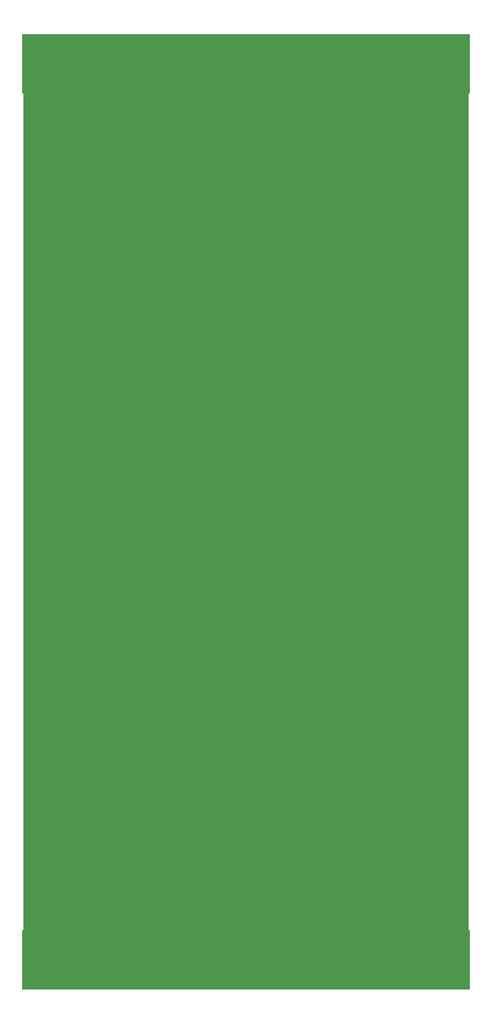
<source format=gbl>
G04 #@! TF.GenerationSoftware,KiCad,Pcbnew,(5.99.0-11177-g6c67dfa032)*
G04 #@! TF.CreationDate,2021-08-04T17:18:31-07:00*
G04 #@! TF.ProjectId,SCMv3-faceplate,53434d76-332d-4666-9163-65706c617465,rev?*
G04 #@! TF.SameCoordinates,PXfff14e48PY722417c*
G04 #@! TF.FileFunction,Copper,L2,Bot*
G04 #@! TF.FilePolarity,Positive*
%FSLAX46Y46*%
G04 Gerber Fmt 4.6, Leading zero omitted, Abs format (unit mm)*
G04 Created by KiCad (PCBNEW (5.99.0-11177-g6c67dfa032)) date 2021-08-04 17:18:31*
%MOMM*%
%LPD*%
G01*
G04 APERTURE LIST*
G04 #@! TA.AperFunction,SMDPad,CuDef*
%ADD10R,60.000000X8.000000*%
G04 #@! TD*
G04 #@! TA.AperFunction,ComponentPad*
%ADD11C,3.175000*%
G04 #@! TD*
G04 #@! TA.AperFunction,ComponentPad*
%ADD12O,7.366000X4.191000*%
G04 #@! TD*
G04 #@! TA.AperFunction,ComponentPad*
%ADD13C,7.620000*%
G04 #@! TD*
G04 #@! TA.AperFunction,ComponentPad*
%ADD14C,7.112000*%
G04 #@! TD*
G04 #@! TA.AperFunction,ComponentPad*
%ADD15C,8.051800*%
G04 #@! TD*
G04 APERTURE END LIST*
D10*
X30343000Y124265500D03*
X30303000Y4225500D03*
D11*
X17574600Y101715000D03*
D12*
X7492999Y2997200D03*
D13*
X8244000Y52185000D03*
D14*
X51839200Y110655800D03*
D13*
X28344200Y21755800D03*
D11*
X17574600Y114097500D03*
D13*
X8244000Y39802500D03*
D12*
X53107000Y2997200D03*
D11*
X17574600Y52185000D03*
X17574600Y27420000D03*
D14*
X51839200Y75349800D03*
D13*
X8244000Y15037500D03*
X28344200Y97955800D03*
X28344200Y47155800D03*
D11*
X17574600Y89332500D03*
D13*
X28344200Y59855800D03*
X8244000Y114097500D03*
D14*
X51839200Y93002800D03*
D13*
X8244000Y64567500D03*
D12*
X7492999Y125502800D03*
D13*
X8244000Y101715000D03*
X8244000Y76950000D03*
X28344200Y85255800D03*
D15*
X51839200Y14694600D03*
D14*
X51839200Y40043800D03*
D15*
X51839200Y26632600D03*
D12*
X53107000Y125502800D03*
D13*
X8244000Y27420000D03*
D11*
X17574600Y15037500D03*
D13*
X8244000Y89332500D03*
D14*
X51839200Y57696800D03*
D11*
X17574600Y76950000D03*
D13*
X28344200Y110655800D03*
D11*
X17574600Y39802500D03*
D13*
X28344200Y72555800D03*
X28344200Y34455800D03*
D11*
X17574600Y64567500D03*
G04 #@! TA.AperFunction,Conductor*
G36*
X60034121Y127971998D02*
G01*
X60080614Y127918342D01*
X60092000Y127866000D01*
X60092000Y771779D01*
X60071998Y703658D01*
X60018342Y657165D01*
X59966000Y645779D01*
X649000Y645779D01*
X580879Y665781D01*
X534386Y719437D01*
X523000Y771779D01*
X523000Y127866000D01*
X543002Y127934121D01*
X596658Y127980614D01*
X649000Y127992000D01*
X59966000Y127992000D01*
X60034121Y127971998D01*
G37*
G04 #@! TD.AperFunction*
M02*

</source>
